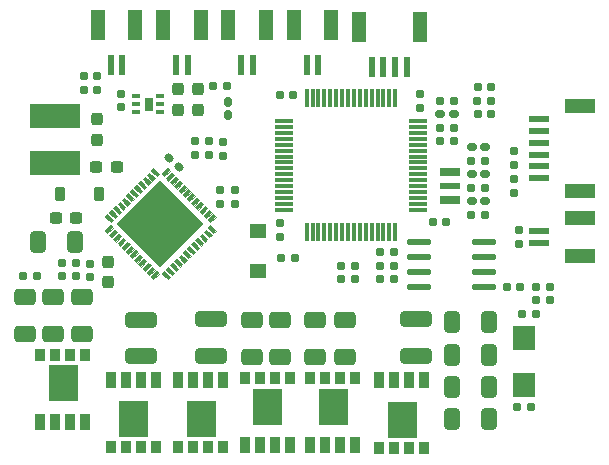
<source format=gbr>
%TF.GenerationSoftware,KiCad,Pcbnew,9.0.1*%
%TF.CreationDate,2025-04-08T03:40:33+08:00*%
%TF.ProjectId,CawDrive,43617744-7269-4766-952e-6b696361645f,rev?*%
%TF.SameCoordinates,Original*%
%TF.FileFunction,Paste,Top*%
%TF.FilePolarity,Positive*%
%FSLAX46Y46*%
G04 Gerber Fmt 4.6, Leading zero omitted, Abs format (unit mm)*
G04 Created by KiCad (PCBNEW 9.0.1) date 2025-04-08 03:40:33*
%MOMM*%
%LPD*%
G01*
G04 APERTURE LIST*
G04 Aperture macros list*
%AMRoundRect*
0 Rectangle with rounded corners*
0 $1 Rounding radius*
0 $2 $3 $4 $5 $6 $7 $8 $9 X,Y pos of 4 corners*
0 Add a 4 corners polygon primitive as box body*
4,1,4,$2,$3,$4,$5,$6,$7,$8,$9,$2,$3,0*
0 Add four circle primitives for the rounded corners*
1,1,$1+$1,$2,$3*
1,1,$1+$1,$4,$5*
1,1,$1+$1,$6,$7*
1,1,$1+$1,$8,$9*
0 Add four rect primitives between the rounded corners*
20,1,$1+$1,$2,$3,$4,$5,0*
20,1,$1+$1,$4,$5,$6,$7,0*
20,1,$1+$1,$6,$7,$8,$9,0*
20,1,$1+$1,$8,$9,$2,$3,0*%
%AMRotRect*
0 Rectangle, with rotation*
0 The origin of the aperture is its center*
0 $1 length*
0 $2 width*
0 $3 Rotation angle, in degrees counterclockwise*
0 Add horizontal line*
21,1,$1,$2,0,0,$3*%
G04 Aperture macros list end*
%ADD10C,0.010000*%
%ADD11C,0.120000*%
%ADD12RoundRect,0.155000X0.212500X0.155000X-0.212500X0.155000X-0.212500X-0.155000X0.212500X-0.155000X0*%
%ADD13RoundRect,0.155000X-0.212500X-0.155000X0.212500X-0.155000X0.212500X0.155000X-0.212500X0.155000X0*%
%ADD14RoundRect,0.155000X0.155000X-0.212500X0.155000X0.212500X-0.155000X0.212500X-0.155000X-0.212500X0*%
%ADD15RoundRect,0.155000X-0.259862X0.040659X0.040659X-0.259862X0.259862X-0.040659X-0.040659X0.259862X0*%
%ADD16RoundRect,0.155000X-0.155000X0.212500X-0.155000X-0.212500X0.155000X-0.212500X0.155000X0.212500X0*%
%ADD17RoundRect,0.160000X0.160000X-0.197500X0.160000X0.197500X-0.160000X0.197500X-0.160000X-0.197500X0*%
%ADD18RoundRect,0.237500X-0.237500X0.300000X-0.237500X-0.300000X0.237500X-0.300000X0.237500X0.300000X0*%
%ADD19RoundRect,0.160000X-0.160000X0.222500X-0.160000X-0.222500X0.160000X-0.222500X0.160000X0.222500X0*%
%ADD20RoundRect,0.250000X-0.412500X-0.650000X0.412500X-0.650000X0.412500X0.650000X-0.412500X0.650000X0*%
%ADD21R,0.500000X1.700000*%
%ADD22R,1.200000X2.500000*%
%ADD23R,0.850000X1.450000*%
%ADD24R,0.850000X1.050000*%
%ADD25RoundRect,0.160000X-0.197500X-0.160000X0.197500X-0.160000X0.197500X0.160000X-0.197500X0.160000X0*%
%ADD26RoundRect,0.250000X1.075000X-0.400000X1.075000X0.400000X-1.075000X0.400000X-1.075000X-0.400000X0*%
%ADD27R,0.660000X0.320000*%
%ADD28RoundRect,0.160000X0.197500X0.160000X-0.197500X0.160000X-0.197500X-0.160000X0.197500X-0.160000X0*%
%ADD29R,1.700000X0.500000*%
%ADD30R,2.500000X1.200000*%
%ADD31RoundRect,0.160000X0.222500X0.160000X-0.222500X0.160000X-0.222500X-0.160000X0.222500X-0.160000X0*%
%ADD32RoundRect,0.250000X0.650000X-0.412500X0.650000X0.412500X-0.650000X0.412500X-0.650000X-0.412500X0*%
%ADD33RoundRect,0.225000X0.225000X0.375000X-0.225000X0.375000X-0.225000X-0.375000X0.225000X-0.375000X0*%
%ADD34R,1.400000X1.200000*%
%ADD35RoundRect,0.250000X0.412500X0.650000X-0.412500X0.650000X-0.412500X-0.650000X0.412500X-0.650000X0*%
%ADD36RoundRect,0.050800X0.900000X-1.000000X0.900000X1.000000X-0.900000X1.000000X-0.900000X-1.000000X0*%
%ADD37R,1.700000X0.650000*%
%ADD38RoundRect,0.237500X0.300000X0.237500X-0.300000X0.237500X-0.300000X-0.237500X0.300000X-0.237500X0*%
%ADD39RoundRect,0.237500X0.237500X-0.300000X0.237500X0.300000X-0.237500X0.300000X-0.237500X-0.300000X0*%
%ADD40RoundRect,0.160000X-0.222500X-0.160000X0.222500X-0.160000X0.222500X0.160000X-0.222500X0.160000X0*%
%ADD41RotRect,0.665000X0.280000X45.000000*%
%ADD42RotRect,0.280000X0.665000X45.000000*%
%ADD43RotRect,5.150000X5.150000X45.000000*%
%ADD44O,2.045000X0.588000*%
%ADD45R,4.220000X2.124000*%
%ADD46RoundRect,0.075000X0.700000X0.075000X-0.700000X0.075000X-0.700000X-0.075000X0.700000X-0.075000X0*%
%ADD47RoundRect,0.075000X0.075000X0.700000X-0.075000X0.700000X-0.075000X-0.700000X0.075000X-0.700000X0*%
G04 APERTURE END LIST*
D10*
%TO.C,Q7*%
X125646000Y-101314000D02*
X123274000Y-101314000D01*
X123274000Y-98334000D01*
X125646000Y-98334000D01*
X125646000Y-101314000D01*
G36*
X125646000Y-101314000D02*
G01*
X123274000Y-101314000D01*
X123274000Y-98334000D01*
X125646000Y-98334000D01*
X125646000Y-101314000D01*
G37*
%TO.C,U2*%
X132006000Y-76706000D02*
X131374000Y-76706000D01*
X131374000Y-75694000D01*
X132006000Y-75694000D01*
X132006000Y-76706000D01*
G36*
X132006000Y-76706000D02*
G01*
X131374000Y-76706000D01*
X131374000Y-75694000D01*
X132006000Y-75694000D01*
X132006000Y-76706000D01*
G37*
%TO.C,Q12*%
X154348000Y-104402000D02*
X151976000Y-104402000D01*
X151976000Y-101422000D01*
X154348000Y-101422000D01*
X154348000Y-104402000D01*
G36*
X154348000Y-104402000D02*
G01*
X151976000Y-104402000D01*
X151976000Y-101422000D01*
X154348000Y-101422000D01*
X154348000Y-104402000D01*
G37*
%TO.C,Q9*%
X142936000Y-103302000D02*
X140564000Y-103302000D01*
X140564000Y-100322000D01*
X142936000Y-100322000D01*
X142936000Y-103302000D01*
G36*
X142936000Y-103302000D02*
G01*
X140564000Y-103302000D01*
X140564000Y-100322000D01*
X142936000Y-100322000D01*
X142936000Y-103302000D01*
G37*
%TO.C,Q8*%
X131615000Y-104358000D02*
X129243000Y-104358000D01*
X129243000Y-101378000D01*
X131615000Y-101378000D01*
X131615000Y-104358000D01*
G36*
X131615000Y-104358000D02*
G01*
X129243000Y-104358000D01*
X129243000Y-101378000D01*
X131615000Y-101378000D01*
X131615000Y-104358000D01*
G37*
%TO.C,Q10*%
X137330000Y-104358000D02*
X134958000Y-104358000D01*
X134958000Y-101378000D01*
X137330000Y-101378000D01*
X137330000Y-104358000D01*
G36*
X137330000Y-104358000D02*
G01*
X134958000Y-104358000D01*
X134958000Y-101378000D01*
X137330000Y-101378000D01*
X137330000Y-104358000D01*
G37*
D11*
%TO.C,U7*%
X128695098Y-86688805D02*
X128224872Y-87159031D01*
X128026882Y-86961041D01*
X128497108Y-86490815D01*
X128695098Y-86688805D01*
G36*
X128695098Y-86688805D02*
G01*
X128224872Y-87159031D01*
X128026882Y-86961041D01*
X128497108Y-86490815D01*
X128695098Y-86688805D01*
G37*
X129048651Y-87042358D02*
X128578425Y-87512584D01*
X128380435Y-87314594D01*
X128850661Y-86844368D01*
X129048651Y-87042358D01*
G36*
X129048651Y-87042358D02*
G01*
X128578425Y-87512584D01*
X128380435Y-87314594D01*
X128850661Y-86844368D01*
X129048651Y-87042358D01*
G37*
X128695098Y-86031195D02*
X128497108Y-86229185D01*
X128026882Y-85758959D01*
X128224872Y-85560969D01*
X128695098Y-86031195D01*
G36*
X128695098Y-86031195D02*
G01*
X128497108Y-86229185D01*
X128026882Y-85758959D01*
X128224872Y-85560969D01*
X128695098Y-86031195D01*
G37*
X129402205Y-87395911D02*
X128931979Y-87866137D01*
X128733989Y-87668148D01*
X129204215Y-87197922D01*
X129402205Y-87395911D01*
G36*
X129402205Y-87395911D02*
G01*
X128931979Y-87866137D01*
X128733989Y-87668148D01*
X129204215Y-87197922D01*
X129402205Y-87395911D01*
G37*
X129048651Y-85677642D02*
X128850661Y-85875632D01*
X128380435Y-85405406D01*
X128578425Y-85207416D01*
X129048651Y-85677642D01*
G36*
X129048651Y-85677642D02*
G01*
X128850661Y-85875632D01*
X128380435Y-85405406D01*
X128578425Y-85207416D01*
X129048651Y-85677642D01*
G37*
X129755758Y-87749465D02*
X129285532Y-88219691D01*
X129087542Y-88021701D01*
X129557768Y-87551475D01*
X129755758Y-87749465D01*
G36*
X129755758Y-87749465D02*
G01*
X129285532Y-88219691D01*
X129087542Y-88021701D01*
X129557768Y-87551475D01*
X129755758Y-87749465D01*
G37*
X129402205Y-85324089D02*
X129204215Y-85522078D01*
X128733989Y-85051852D01*
X128931979Y-84853863D01*
X129402205Y-85324089D01*
G36*
X129402205Y-85324089D02*
G01*
X129204215Y-85522078D01*
X128733989Y-85051852D01*
X128931979Y-84853863D01*
X129402205Y-85324089D01*
G37*
X130109312Y-88103018D02*
X129639086Y-88573244D01*
X129441096Y-88375254D01*
X129911322Y-87905028D01*
X130109312Y-88103018D01*
G36*
X130109312Y-88103018D02*
G01*
X129639086Y-88573244D01*
X129441096Y-88375254D01*
X129911322Y-87905028D01*
X130109312Y-88103018D01*
G37*
X129755758Y-84970535D02*
X129557768Y-85168525D01*
X129087542Y-84698299D01*
X129285532Y-84500309D01*
X129755758Y-84970535D01*
G36*
X129755758Y-84970535D02*
G01*
X129557768Y-85168525D01*
X129087542Y-84698299D01*
X129285532Y-84500309D01*
X129755758Y-84970535D01*
G37*
X130462865Y-88456572D02*
X129992639Y-88926798D01*
X129794649Y-88728808D01*
X130264875Y-88258582D01*
X130462865Y-88456572D01*
G36*
X130462865Y-88456572D02*
G01*
X129992639Y-88926798D01*
X129794649Y-88728808D01*
X130264875Y-88258582D01*
X130462865Y-88456572D01*
G37*
X135543427Y-86360000D02*
X132715000Y-89188427D01*
X129886573Y-86360000D01*
X132715000Y-83531573D01*
X135543427Y-86360000D01*
G36*
X135543427Y-86360000D02*
G01*
X132715000Y-89188427D01*
X129886573Y-86360000D01*
X132715000Y-83531573D01*
X135543427Y-86360000D01*
G37*
X130109312Y-84616982D02*
X129911322Y-84814972D01*
X129441096Y-84344746D01*
X129639086Y-84146756D01*
X130109312Y-84616982D01*
G36*
X130109312Y-84616982D02*
G01*
X129911322Y-84814972D01*
X129441096Y-84344746D01*
X129639086Y-84146756D01*
X130109312Y-84616982D01*
G37*
X130816418Y-88810125D02*
X130346192Y-89280351D01*
X130148202Y-89082361D01*
X130618428Y-88612135D01*
X130816418Y-88810125D01*
G36*
X130816418Y-88810125D02*
G01*
X130346192Y-89280351D01*
X130148202Y-89082361D01*
X130618428Y-88612135D01*
X130816418Y-88810125D01*
G37*
X130462865Y-84263428D02*
X130264875Y-84461418D01*
X129794649Y-83991192D01*
X129992639Y-83793202D01*
X130462865Y-84263428D01*
G36*
X130462865Y-84263428D02*
G01*
X130264875Y-84461418D01*
X129794649Y-83991192D01*
X129992639Y-83793202D01*
X130462865Y-84263428D01*
G37*
X131169972Y-83556322D02*
X130971982Y-83754312D01*
X130501756Y-83284086D01*
X130699746Y-83086096D01*
X131169972Y-83556322D01*
G36*
X131169972Y-83556322D02*
G01*
X130971982Y-83754312D01*
X130501756Y-83284086D01*
X130699746Y-83086096D01*
X131169972Y-83556322D01*
G37*
X131169972Y-89163678D02*
X130699746Y-89633904D01*
X130501756Y-89435914D01*
X130971982Y-88965688D01*
X131169972Y-89163678D01*
G36*
X131169972Y-89163678D02*
G01*
X130699746Y-89633904D01*
X130501756Y-89435914D01*
X130971982Y-88965688D01*
X131169972Y-89163678D01*
G37*
X130816418Y-83909875D02*
X130618428Y-84107865D01*
X130148202Y-83637639D01*
X130346192Y-83439649D01*
X130816418Y-83909875D01*
G36*
X130816418Y-83909875D02*
G01*
X130618428Y-84107865D01*
X130148202Y-83637639D01*
X130346192Y-83439649D01*
X130816418Y-83909875D01*
G37*
X131523525Y-83202768D02*
X131325535Y-83400758D01*
X130855309Y-82930532D01*
X131053299Y-82732542D01*
X131523525Y-83202768D01*
G36*
X131523525Y-83202768D02*
G01*
X131325535Y-83400758D01*
X130855309Y-82930532D01*
X131053299Y-82732542D01*
X131523525Y-83202768D01*
G37*
X131523525Y-89517232D02*
X131053299Y-89987458D01*
X130855309Y-89789468D01*
X131325535Y-89319242D01*
X131523525Y-89517232D01*
G36*
X131523525Y-89517232D02*
G01*
X131053299Y-89987458D01*
X130855309Y-89789468D01*
X131325535Y-89319242D01*
X131523525Y-89517232D01*
G37*
X131877078Y-82849215D02*
X131679089Y-83047205D01*
X131208863Y-82576979D01*
X131406852Y-82378989D01*
X131877078Y-82849215D01*
G36*
X131877078Y-82849215D02*
G01*
X131679089Y-83047205D01*
X131208863Y-82576979D01*
X131406852Y-82378989D01*
X131877078Y-82849215D01*
G37*
X131877078Y-89870785D02*
X131406852Y-90341011D01*
X131208863Y-90143021D01*
X131679089Y-89672795D01*
X131877078Y-89870785D01*
G36*
X131877078Y-89870785D02*
G01*
X131406852Y-90341011D01*
X131208863Y-90143021D01*
X131679089Y-89672795D01*
X131877078Y-89870785D01*
G37*
X132230632Y-90224339D02*
X131760406Y-90694565D01*
X131562416Y-90496575D01*
X132032642Y-90026349D01*
X132230632Y-90224339D01*
G36*
X132230632Y-90224339D02*
G01*
X131760406Y-90694565D01*
X131562416Y-90496575D01*
X132032642Y-90026349D01*
X132230632Y-90224339D01*
G37*
X132584185Y-90577892D02*
X132113959Y-91048118D01*
X131915969Y-90850128D01*
X132386195Y-90379902D01*
X132584185Y-90577892D01*
G36*
X132584185Y-90577892D02*
G01*
X132113959Y-91048118D01*
X131915969Y-90850128D01*
X132386195Y-90379902D01*
X132584185Y-90577892D01*
G37*
X132230632Y-82495661D02*
X132032642Y-82693651D01*
X131562416Y-82223425D01*
X131760406Y-82025435D01*
X132230632Y-82495661D01*
G36*
X132230632Y-82495661D02*
G01*
X132032642Y-82693651D01*
X131562416Y-82223425D01*
X131760406Y-82025435D01*
X132230632Y-82495661D01*
G37*
X132584185Y-82142108D02*
X132386195Y-82340098D01*
X131915969Y-81869872D01*
X132113959Y-81671882D01*
X132584185Y-82142108D01*
G36*
X132584185Y-82142108D02*
G01*
X132386195Y-82340098D01*
X131915969Y-81869872D01*
X132113959Y-81671882D01*
X132584185Y-82142108D01*
G37*
X133514031Y-90850128D02*
X133316041Y-91048118D01*
X132845815Y-90577892D01*
X133043805Y-90379902D01*
X133514031Y-90850128D01*
G36*
X133514031Y-90850128D02*
G01*
X133316041Y-91048118D01*
X132845815Y-90577892D01*
X133043805Y-90379902D01*
X133514031Y-90850128D01*
G37*
X133867584Y-90496575D02*
X133669594Y-90694565D01*
X133199368Y-90224339D01*
X133397358Y-90026349D01*
X133867584Y-90496575D01*
G36*
X133867584Y-90496575D02*
G01*
X133669594Y-90694565D01*
X133199368Y-90224339D01*
X133397358Y-90026349D01*
X133867584Y-90496575D01*
G37*
X133514031Y-81869872D02*
X133043805Y-82340098D01*
X132845815Y-82142108D01*
X133316041Y-81671882D01*
X133514031Y-81869872D01*
G36*
X133514031Y-81869872D02*
G01*
X133043805Y-82340098D01*
X132845815Y-82142108D01*
X133316041Y-81671882D01*
X133514031Y-81869872D01*
G37*
X134221137Y-90143021D02*
X134023148Y-90341011D01*
X133552922Y-89870785D01*
X133750911Y-89672795D01*
X134221137Y-90143021D01*
G36*
X134221137Y-90143021D02*
G01*
X134023148Y-90341011D01*
X133552922Y-89870785D01*
X133750911Y-89672795D01*
X134221137Y-90143021D01*
G37*
X133867584Y-82223425D02*
X133397358Y-82693651D01*
X133199368Y-82495661D01*
X133669594Y-82025435D01*
X133867584Y-82223425D01*
G36*
X133867584Y-82223425D02*
G01*
X133397358Y-82693651D01*
X133199368Y-82495661D01*
X133669594Y-82025435D01*
X133867584Y-82223425D01*
G37*
X134221137Y-82576979D02*
X133750911Y-83047205D01*
X133552922Y-82849215D01*
X134023148Y-82378989D01*
X134221137Y-82576979D01*
G36*
X134221137Y-82576979D02*
G01*
X133750911Y-83047205D01*
X133552922Y-82849215D01*
X134023148Y-82378989D01*
X134221137Y-82576979D01*
G37*
X134574691Y-82930532D02*
X134104465Y-83400758D01*
X133906475Y-83202768D01*
X134376701Y-82732542D01*
X134574691Y-82930532D01*
G36*
X134574691Y-82930532D02*
G01*
X134104465Y-83400758D01*
X133906475Y-83202768D01*
X134376701Y-82732542D01*
X134574691Y-82930532D01*
G37*
X134574691Y-89789468D02*
X134376701Y-89987458D01*
X133906475Y-89517232D01*
X134104465Y-89319242D01*
X134574691Y-89789468D01*
G36*
X134574691Y-89789468D02*
G01*
X134376701Y-89987458D01*
X133906475Y-89517232D01*
X134104465Y-89319242D01*
X134574691Y-89789468D01*
G37*
X134928244Y-83284086D02*
X134458018Y-83754312D01*
X134260028Y-83556322D01*
X134730254Y-83086096D01*
X134928244Y-83284086D01*
G36*
X134928244Y-83284086D02*
G01*
X134458018Y-83754312D01*
X134260028Y-83556322D01*
X134730254Y-83086096D01*
X134928244Y-83284086D01*
G37*
X134928244Y-89435914D02*
X134730254Y-89633904D01*
X134260028Y-89163678D01*
X134458018Y-88965688D01*
X134928244Y-89435914D01*
G36*
X134928244Y-89435914D02*
G01*
X134730254Y-89633904D01*
X134260028Y-89163678D01*
X134458018Y-88965688D01*
X134928244Y-89435914D01*
G37*
X135281798Y-83637639D02*
X134811572Y-84107865D01*
X134613582Y-83909875D01*
X135083808Y-83439649D01*
X135281798Y-83637639D01*
G36*
X135281798Y-83637639D02*
G01*
X134811572Y-84107865D01*
X134613582Y-83909875D01*
X135083808Y-83439649D01*
X135281798Y-83637639D01*
G37*
X135281798Y-89082361D02*
X135083808Y-89280351D01*
X134613582Y-88810125D01*
X134811572Y-88612135D01*
X135281798Y-89082361D01*
G36*
X135281798Y-89082361D02*
G01*
X135083808Y-89280351D01*
X134613582Y-88810125D01*
X134811572Y-88612135D01*
X135281798Y-89082361D01*
G37*
X135635351Y-83991192D02*
X135165125Y-84461418D01*
X134967135Y-84263428D01*
X135437361Y-83793202D01*
X135635351Y-83991192D01*
G36*
X135635351Y-83991192D02*
G01*
X135165125Y-84461418D01*
X134967135Y-84263428D01*
X135437361Y-83793202D01*
X135635351Y-83991192D01*
G37*
X135635351Y-88728808D02*
X135437361Y-88926798D01*
X134967135Y-88456572D01*
X135165125Y-88258582D01*
X135635351Y-88728808D01*
G36*
X135635351Y-88728808D02*
G01*
X135437361Y-88926798D01*
X134967135Y-88456572D01*
X135165125Y-88258582D01*
X135635351Y-88728808D01*
G37*
X135988904Y-84344746D02*
X135518678Y-84814972D01*
X135320688Y-84616982D01*
X135790914Y-84146756D01*
X135988904Y-84344746D01*
G36*
X135988904Y-84344746D02*
G01*
X135518678Y-84814972D01*
X135320688Y-84616982D01*
X135790914Y-84146756D01*
X135988904Y-84344746D01*
G37*
X135988904Y-88375254D02*
X135790914Y-88573244D01*
X135320688Y-88103018D01*
X135518678Y-87905028D01*
X135988904Y-88375254D01*
G36*
X135988904Y-88375254D02*
G01*
X135790914Y-88573244D01*
X135320688Y-88103018D01*
X135518678Y-87905028D01*
X135988904Y-88375254D01*
G37*
X136342458Y-84698299D02*
X135872232Y-85168525D01*
X135674242Y-84970535D01*
X136144468Y-84500309D01*
X136342458Y-84698299D01*
G36*
X136342458Y-84698299D02*
G01*
X135872232Y-85168525D01*
X135674242Y-84970535D01*
X136144468Y-84500309D01*
X136342458Y-84698299D01*
G37*
X136342458Y-88021701D02*
X136144468Y-88219691D01*
X135674242Y-87749465D01*
X135872232Y-87551475D01*
X136342458Y-88021701D01*
G36*
X136342458Y-88021701D02*
G01*
X136144468Y-88219691D01*
X135674242Y-87749465D01*
X135872232Y-87551475D01*
X136342458Y-88021701D01*
G37*
X136696011Y-85051852D02*
X136225785Y-85522078D01*
X136027795Y-85324089D01*
X136498021Y-84853863D01*
X136696011Y-85051852D01*
G36*
X136696011Y-85051852D02*
G01*
X136225785Y-85522078D01*
X136027795Y-85324089D01*
X136498021Y-84853863D01*
X136696011Y-85051852D01*
G37*
X136696011Y-87668148D02*
X136498021Y-87866137D01*
X136027795Y-87395911D01*
X136225785Y-87197922D01*
X136696011Y-87668148D01*
G36*
X136696011Y-87668148D02*
G01*
X136498021Y-87866137D01*
X136027795Y-87395911D01*
X136225785Y-87197922D01*
X136696011Y-87668148D01*
G37*
X137403118Y-85758959D02*
X136932892Y-86229185D01*
X136734902Y-86031195D01*
X137205128Y-85560969D01*
X137403118Y-85758959D01*
G36*
X137403118Y-85758959D02*
G01*
X136932892Y-86229185D01*
X136734902Y-86031195D01*
X137205128Y-85560969D01*
X137403118Y-85758959D01*
G37*
X137049565Y-85405406D02*
X136579339Y-85875632D01*
X136381349Y-85677642D01*
X136851575Y-85207416D01*
X137049565Y-85405406D01*
G36*
X137049565Y-85405406D02*
G01*
X136579339Y-85875632D01*
X136381349Y-85677642D01*
X136851575Y-85207416D01*
X137049565Y-85405406D01*
G37*
X137049565Y-87314594D02*
X136851575Y-87512584D01*
X136381349Y-87042358D01*
X136579339Y-86844368D01*
X137049565Y-87314594D01*
G36*
X137049565Y-87314594D02*
G01*
X136851575Y-87512584D01*
X136381349Y-87042358D01*
X136579339Y-86844368D01*
X137049565Y-87314594D01*
G37*
X137403118Y-86961041D02*
X137205128Y-87159031D01*
X136734902Y-86688805D01*
X136932892Y-86490815D01*
X137403118Y-86961041D01*
G36*
X137403118Y-86961041D02*
G01*
X137205128Y-87159031D01*
X136734902Y-86688805D01*
X136932892Y-86490815D01*
X137403118Y-86961041D01*
G37*
D10*
%TO.C,Q11*%
X148506000Y-103302000D02*
X146134000Y-103302000D01*
X146134000Y-100322000D01*
X148506000Y-100322000D01*
X148506000Y-103302000D01*
G36*
X148506000Y-103302000D02*
G01*
X146134000Y-103302000D01*
X146134000Y-100322000D01*
X148506000Y-100322000D01*
X148506000Y-103302000D01*
G37*
%TD*%
D12*
%TO.C,C13*%
X152459500Y-91059000D03*
X151324500Y-91059000D03*
%TD*%
%TO.C,C9*%
X160714500Y-74803000D03*
X159579500Y-74803000D03*
%TD*%
D13*
%TO.C,C2*%
X155769500Y-86233000D03*
X156904500Y-86233000D03*
%TD*%
D14*
%TO.C,C7*%
X129413000Y-76475000D03*
X129413000Y-75340000D03*
%TD*%
D12*
%TO.C,C10*%
X164067500Y-101854000D03*
X162932500Y-101854000D03*
%TD*%
D13*
%TO.C,C19*%
X164532500Y-91694000D03*
X165667500Y-91694000D03*
%TD*%
%TO.C,C11*%
X156404500Y-78232000D03*
X157539500Y-78232000D03*
%TD*%
D12*
%TO.C,C17*%
X163177500Y-91690000D03*
X162042500Y-91690000D03*
%TD*%
D15*
%TO.C,C31*%
X133456717Y-80751717D03*
X134259283Y-81554283D03*
%TD*%
D13*
%TO.C,C14*%
X159579500Y-77089000D03*
X160714500Y-77089000D03*
%TD*%
D12*
%TO.C,C6*%
X152459500Y-88773000D03*
X151324500Y-88773000D03*
%TD*%
D16*
%TO.C,C1*%
X127381000Y-73854500D03*
X127381000Y-74989500D03*
%TD*%
D14*
%TO.C,C32*%
X139065000Y-84641500D03*
X139065000Y-83506500D03*
%TD*%
D16*
%TO.C,C12*%
X138049000Y-79442500D03*
X138049000Y-80577500D03*
%TD*%
D14*
%TO.C,C3*%
X154686000Y-76513500D03*
X154686000Y-75378500D03*
%TD*%
D12*
%TO.C,C4*%
X143950500Y-75438000D03*
X142815500Y-75438000D03*
%TD*%
D16*
%TO.C,C5*%
X142875000Y-86300500D03*
X142875000Y-87435500D03*
%TD*%
%TO.C,C27*%
X126750000Y-89729500D03*
X126750000Y-90864500D03*
%TD*%
D17*
%TO.C,R17*%
X137795000Y-84671500D03*
X137795000Y-83476500D03*
%TD*%
D18*
%TO.C,C16*%
X127381000Y-77496500D03*
X127381000Y-79221500D03*
%TD*%
D19*
%TO.C,D4*%
X138430000Y-76008500D03*
X138430000Y-77153500D03*
%TD*%
D17*
%TO.C,R1*%
X126238000Y-75019500D03*
X126238000Y-73824500D03*
%TD*%
D20*
%TO.C,C38*%
X157437500Y-102870000D03*
X160562500Y-102870000D03*
%TD*%
D21*
%TO.C,U6*%
X129500000Y-72947000D03*
X128500000Y-72947000D03*
D22*
X127400000Y-69547000D03*
X130600000Y-69547000D03*
%TD*%
D17*
%TO.C,R2*%
X162687000Y-81369500D03*
X162687000Y-80174500D03*
%TD*%
D23*
%TO.C,Q7*%
X122555000Y-103124000D03*
X123825000Y-103124000D03*
X125095000Y-103124000D03*
X126365000Y-103124000D03*
D24*
X126365000Y-97424000D03*
X125095000Y-97424000D03*
X123825000Y-97424000D03*
X122555000Y-97424000D03*
%TD*%
D17*
%TO.C,R26*%
X163068000Y-88100500D03*
X163068000Y-86905500D03*
%TD*%
D25*
%TO.C,R9*%
X159041500Y-81026000D03*
X160236500Y-81026000D03*
%TD*%
D26*
%TO.C,R18*%
X131064000Y-97562000D03*
X131064000Y-94462000D03*
%TD*%
D27*
%TO.C,U2*%
X132715000Y-76850000D03*
X132715000Y-76200000D03*
X132715000Y-75550000D03*
X130665000Y-75550000D03*
X130665000Y-76200000D03*
X130665000Y-76850000D03*
%TD*%
D28*
%TO.C,R8*%
X164554500Y-93980000D03*
X163359500Y-93980000D03*
%TD*%
D29*
%TO.C,U5*%
X164800000Y-88000000D03*
X164800000Y-87000000D03*
D30*
X168200000Y-85900000D03*
X168200000Y-89100000D03*
%TD*%
D31*
%TO.C,L1*%
X157544500Y-77089000D03*
X156399500Y-77089000D03*
%TD*%
D32*
%TO.C,C22*%
X121259600Y-95669500D03*
X121259600Y-92544500D03*
%TD*%
D23*
%TO.C,Q12*%
X155067000Y-99612000D03*
X153797000Y-99612000D03*
X152527000Y-99612000D03*
X151257000Y-99612000D03*
D24*
X151257000Y-105312000D03*
X152527000Y-105312000D03*
X153797000Y-105312000D03*
X155067000Y-105312000D03*
%TD*%
D23*
%TO.C,Q9*%
X139845000Y-105112000D03*
X141115000Y-105112000D03*
X142385000Y-105112000D03*
X143655000Y-105112000D03*
D24*
X143655000Y-99412000D03*
X142385000Y-99412000D03*
X141115000Y-99412000D03*
X139845000Y-99412000D03*
%TD*%
D32*
%TO.C,C23*%
X140462000Y-97592500D03*
X140462000Y-94467500D03*
%TD*%
D21*
%TO.C,U11*%
X135028750Y-72947000D03*
X134028750Y-72947000D03*
D22*
X132928750Y-69547000D03*
X136128750Y-69547000D03*
%TD*%
D32*
%TO.C,C20*%
X126034800Y-95669500D03*
X126034800Y-92544500D03*
%TD*%
D33*
%TO.C,D3*%
X127507000Y-83820000D03*
X124207000Y-83820000D03*
%TD*%
D21*
%TO.C,CN3*%
X153590000Y-73074000D03*
X152590000Y-73074000D03*
X151590000Y-73074000D03*
X150590000Y-73074000D03*
D22*
X154690000Y-69674000D03*
X149490000Y-69674000D03*
%TD*%
D28*
%TO.C,R23*%
X152489500Y-89916000D03*
X151294500Y-89916000D03*
%TD*%
D32*
%TO.C,C25*%
X145796000Y-97592500D03*
X145796000Y-94467500D03*
%TD*%
D28*
%TO.C,R20*%
X136868500Y-79375000D03*
X135673500Y-79375000D03*
%TD*%
%TO.C,R5*%
X149187500Y-89916000D03*
X147992500Y-89916000D03*
%TD*%
D34*
%TO.C,D5*%
X140970000Y-90346000D03*
X140970000Y-86946000D03*
%TD*%
D35*
%TO.C,C30*%
X125446500Y-87884000D03*
X122321500Y-87884000D03*
%TD*%
D36*
%TO.C,TV1*%
X163500000Y-100000000D03*
X163500000Y-96000000D03*
%TD*%
D25*
%TO.C,R24*%
X156374500Y-79375000D03*
X157569500Y-79375000D03*
%TD*%
D28*
%TO.C,R7*%
X138392500Y-74676000D03*
X137197500Y-74676000D03*
%TD*%
D37*
%TO.C,X1*%
X157200000Y-84350000D03*
D29*
X157200000Y-83150000D03*
D37*
X157200000Y-81950000D03*
%TD*%
D20*
%TO.C,C36*%
X157437500Y-97423333D03*
X160562500Y-97423333D03*
%TD*%
D28*
%TO.C,R10*%
X160744500Y-75946000D03*
X159549500Y-75946000D03*
%TD*%
D38*
%TO.C,C33*%
X125576500Y-85852000D03*
X123851500Y-85852000D03*
%TD*%
D25*
%TO.C,R4*%
X121068500Y-90805000D03*
X122263500Y-90805000D03*
%TD*%
D28*
%TO.C,R12*%
X165697500Y-92837000D03*
X164502500Y-92837000D03*
%TD*%
D39*
%TO.C,C35*%
X135890000Y-76681500D03*
X135890000Y-74956500D03*
%TD*%
D40*
%TO.C,D6*%
X159066500Y-84455000D03*
X160211500Y-84455000D03*
%TD*%
D38*
%TO.C,C15*%
X129005500Y-81534000D03*
X127280500Y-81534000D03*
%TD*%
D32*
%TO.C,C26*%
X148336000Y-97592500D03*
X148336000Y-94467500D03*
%TD*%
D25*
%TO.C,R16*%
X142912500Y-89281000D03*
X144107500Y-89281000D03*
%TD*%
D23*
%TO.C,Q8*%
X132334000Y-99568000D03*
X131064000Y-99568000D03*
X129794000Y-99568000D03*
X128524000Y-99568000D03*
D24*
X128524000Y-105268000D03*
X129794000Y-105268000D03*
X131064000Y-105268000D03*
X132334000Y-105268000D03*
%TD*%
D21*
%TO.C,U12*%
X140557500Y-72947000D03*
X139557500Y-72947000D03*
D22*
X138457500Y-69547000D03*
X141657500Y-69547000D03*
%TD*%
D17*
%TO.C,R3*%
X162687000Y-83782500D03*
X162687000Y-82587500D03*
%TD*%
D26*
%TO.C,R22*%
X154332000Y-97550000D03*
X154332000Y-94450000D03*
%TD*%
D20*
%TO.C,C37*%
X157437500Y-100146667D03*
X160562500Y-100146667D03*
%TD*%
D26*
%TO.C,R19*%
X137000000Y-97550000D03*
X137000000Y-94450000D03*
%TD*%
D39*
%TO.C,C34*%
X134239000Y-76681500D03*
X134239000Y-74956500D03*
%TD*%
D23*
%TO.C,Q10*%
X138049000Y-99568000D03*
X136779000Y-99568000D03*
X135509000Y-99568000D03*
X134239000Y-99568000D03*
D24*
X134239000Y-105268000D03*
X135509000Y-105268000D03*
X136779000Y-105268000D03*
X138049000Y-105268000D03*
%TD*%
D20*
%TO.C,C29*%
X157437500Y-94700000D03*
X160562500Y-94700000D03*
%TD*%
D40*
%TO.C,D1*%
X159066500Y-79883000D03*
X160211500Y-79883000D03*
%TD*%
%TO.C,D2*%
X159066500Y-82169000D03*
X160211500Y-82169000D03*
%TD*%
D28*
%TO.C,R14*%
X125565500Y-90805000D03*
X124370500Y-90805000D03*
%TD*%
%TO.C,R6*%
X149187500Y-91059000D03*
X147992500Y-91059000D03*
%TD*%
D32*
%TO.C,C24*%
X142875000Y-97592500D03*
X142875000Y-94467500D03*
%TD*%
D21*
%TO.C,U10*%
X146086250Y-72947000D03*
X145086250Y-72947000D03*
D22*
X143986250Y-69547000D03*
X147186250Y-69547000D03*
%TD*%
D25*
%TO.C,R15*%
X159041500Y-85598000D03*
X160236500Y-85598000D03*
%TD*%
D41*
%TO.C,U7*%
X128361344Y-86824569D03*
X128714897Y-87178123D03*
X129068450Y-87531676D03*
X129422004Y-87885229D03*
X129775557Y-88238783D03*
X130129111Y-88592336D03*
X130482664Y-88945889D03*
X130836217Y-89299443D03*
X131189771Y-89652996D03*
X131543324Y-90006550D03*
X131896877Y-90360103D03*
X132250431Y-90713656D03*
D42*
X133179569Y-90713656D03*
X133533123Y-90360103D03*
X133886676Y-90006550D03*
X134240229Y-89652996D03*
X134593783Y-89299443D03*
X134947336Y-88945889D03*
X135300889Y-88592336D03*
X135654443Y-88238783D03*
X136007996Y-87885229D03*
X136361550Y-87531676D03*
X136715103Y-87178123D03*
X137068656Y-86824569D03*
D41*
X137068656Y-85895431D03*
X136715103Y-85541877D03*
X136361550Y-85188324D03*
X136007996Y-84834771D03*
X135654443Y-84481217D03*
X135300889Y-84127664D03*
X134947336Y-83774111D03*
X134593783Y-83420557D03*
X134240229Y-83067004D03*
X133886676Y-82713450D03*
X133533123Y-82359897D03*
X133179569Y-82006344D03*
D42*
X132250431Y-82006344D03*
X131896877Y-82359897D03*
X131543324Y-82713450D03*
X131189771Y-83067004D03*
X130836217Y-83420557D03*
X130482664Y-83774111D03*
X130129111Y-84127664D03*
X129775557Y-84481217D03*
X129422004Y-84834771D03*
X129068450Y-85188324D03*
X128714897Y-85541877D03*
X128361344Y-85895431D03*
D43*
X132715000Y-86360000D03*
%TD*%
D25*
%TO.C,R13*%
X124370500Y-89662000D03*
X125565500Y-89662000D03*
%TD*%
D29*
%TO.C,CN2*%
X164800000Y-82500000D03*
X164800000Y-81500000D03*
X164800000Y-80500000D03*
X164800000Y-79500000D03*
X164800000Y-78500000D03*
X164800000Y-77500000D03*
D30*
X168200000Y-76400000D03*
X168200000Y-83600000D03*
%TD*%
D44*
%TO.C,U1*%
X154581000Y-87884000D03*
X154581000Y-89154000D03*
X154581000Y-90424000D03*
X154581000Y-91694000D03*
X160125000Y-91694000D03*
X160125000Y-90424000D03*
X160125000Y-89154000D03*
X160125000Y-87884000D03*
%TD*%
D32*
%TO.C,C21*%
X123647200Y-95669500D03*
X123647200Y-92544500D03*
%TD*%
D39*
%TO.C,C28*%
X128250000Y-91286500D03*
X128250000Y-89561500D03*
%TD*%
D25*
%TO.C,R11*%
X159041500Y-83312000D03*
X160236500Y-83312000D03*
%TD*%
D45*
%TO.C,L2*%
X123825000Y-81248000D03*
X123825000Y-77248000D03*
%TD*%
D25*
%TO.C,R25*%
X156374500Y-75946000D03*
X157569500Y-75946000D03*
%TD*%
%TO.C,R21*%
X135673500Y-80518000D03*
X136868500Y-80518000D03*
%TD*%
D23*
%TO.C,Q11*%
X145415000Y-105112000D03*
X146685000Y-105112000D03*
X147955000Y-105112000D03*
X149225000Y-105112000D03*
D24*
X149225000Y-99412000D03*
X147955000Y-99412000D03*
X146685000Y-99412000D03*
X145415000Y-99412000D03*
%TD*%
D46*
%TO.C,U8*%
X154519000Y-85157000D03*
X154519000Y-84657000D03*
X154519000Y-84157000D03*
X154519000Y-83657000D03*
X154519000Y-83157000D03*
X154519000Y-82657000D03*
X154519000Y-82157000D03*
X154519000Y-81657000D03*
X154519000Y-81157000D03*
X154519000Y-80657000D03*
X154519000Y-80157000D03*
X154519000Y-79657000D03*
X154519000Y-79157000D03*
X154519000Y-78657000D03*
X154519000Y-78157000D03*
X154519000Y-77657000D03*
D47*
X152594000Y-75732000D03*
X152094000Y-75732000D03*
X151594000Y-75732000D03*
X151094000Y-75732000D03*
X150594000Y-75732000D03*
X150094000Y-75732000D03*
X149594000Y-75732000D03*
X149094000Y-75732000D03*
X148594000Y-75732000D03*
X148094000Y-75732000D03*
X147594000Y-75732000D03*
X147094000Y-75732000D03*
X146594000Y-75732000D03*
X146094000Y-75732000D03*
X145594000Y-75732000D03*
X145094000Y-75732000D03*
D46*
X143169000Y-77657000D03*
X143169000Y-78157000D03*
X143169000Y-78657000D03*
X143169000Y-79157000D03*
X143169000Y-79657000D03*
X143169000Y-80157000D03*
X143169000Y-80657000D03*
X143169000Y-81157000D03*
X143169000Y-81657000D03*
X143169000Y-82157000D03*
X143169000Y-82657000D03*
X143169000Y-83157000D03*
X143169000Y-83657000D03*
X143169000Y-84157000D03*
X143169000Y-84657000D03*
X143169000Y-85157000D03*
D47*
X145094000Y-87082000D03*
X145594000Y-87082000D03*
X146094000Y-87082000D03*
X146594000Y-87082000D03*
X147094000Y-87082000D03*
X147594000Y-87082000D03*
X148094000Y-87082000D03*
X148594000Y-87082000D03*
X149094000Y-87082000D03*
X149594000Y-87082000D03*
X150094000Y-87082000D03*
X150594000Y-87082000D03*
X151094000Y-87082000D03*
X151594000Y-87082000D03*
X152094000Y-87082000D03*
X152594000Y-87082000D03*
%TD*%
M02*

</source>
